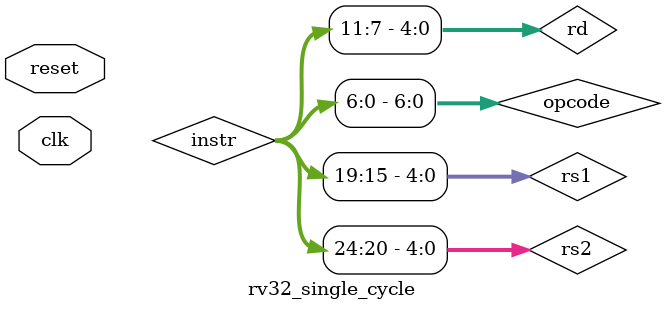
<source format=v>
`timescale 1ns/1ps
module rv32_single_cycle (
    input  wire clk,
    input  wire reset
);

    // -------------------------------
    // Program Counter
    // -------------------------------
    reg [31:0] pc;
    wire [31:0] pc_next;

    always @(posedge clk) begin
        if (reset)
            pc <= 32'b0;
        else
            pc <= pc_next;
    end

    // -------------------------------
    // Instruction Memory
    // -------------------------------
    wire [31:0] instr;

    instr_mem imem (
        .addr(pc),
        .instr(instr)
    );

    // -------------------------------
    // Instruction Fields
    // -------------------------------
    wire [6:0] opcode = instr[6:0];
    wire [4:0] rd     = instr[11:7];
    wire [2:0] funct3 = instr[14:12];
    wire [4:0] rs1    = instr[19:15];
    wire [4:0] rs2    = instr[24:20];
    wire [6:0] funct7 = instr[31:25];

    // -------------------------------
    // Control Unit
    // -------------------------------
    wire RegWrite, ALUSrc, MemRead, MemWrite, MemToReg, Branch;
    wire [2:0] ALUOp;

    control cu(
        .opcode(opcode),
        .funct3(funct3),
        .funct7(funct7),
        .RegWrite(RegWrite),
        .ALUSrc(ALUSrc),
        .MemRead(MemRead),
        .MemWrite(MemWrite),
        .MemToReg(MemToReg),
        .Branch(Branch),
        .ALUOp(ALUOp)
    );

    // -------------------------------
    // Register File
    // -------------------------------
    wire [31:0] rd1, rd2;

    regfile rf (
        .clk(clk),
        .we(RegWrite),
        .rs1(rs1),
        .rs2(rs2),
        .rd(rd),
        .wd(wd),
        .rd1(rd1),
        .rd2(rd2)
    );

    // -------------------------------
    // Immediate Generator
    // -------------------------------
    wire [31:0] imm;

    imm_gen ig (
        .instr(instr),
        .imm(imm)
    );

    // -------------------------------
    // ALU input mux
    // -------------------------------
    wire [31:0] alu_in2 = (ALUSrc) ? imm : rd2;

    // -------------------------------
    // ALU
    // -------------------------------
    wire [31:0] alu_result;

    alu alu_u (
        .a(rd1),
        .b(alu_in2),
        .op(ALUOp),
        .y(alu_result)
    );

    // -------------------------------
    // Data Memory
    // -------------------------------
    wire [31:0] mem_out;

    data_mem dmem (
        .clk(clk),
        .we(MemWrite),
        .re(MemRead),
        .addr(alu_result),
        .wd(rd2),
        .rd(mem_out)
    );

    // -------------------------------
    // Writeback Mux
    // -------------------------------
    wire [31:0] wd = (MemToReg) ? mem_out : alu_result;

    // -------------------------------
    // Branch Logic
    // BEQ-only (funct3 = 000)
    // -------------------------------
    wire take_branch = Branch & (rd1 == rd2);

    assign pc_next = (take_branch) ? pc + imm : pc + 4;

endmodule

</source>
